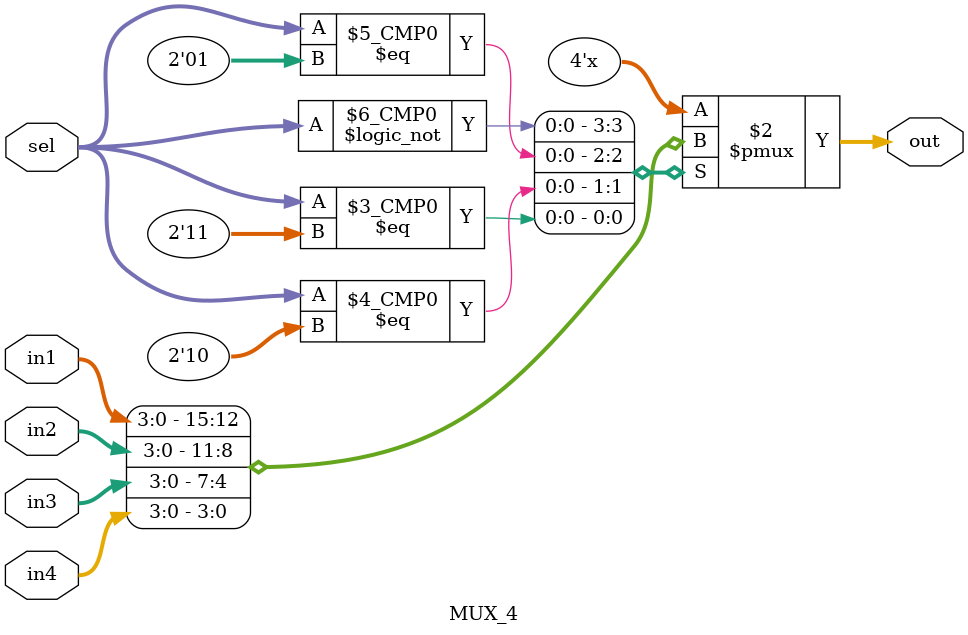
<source format=v>
module MUX_4(in1, in2, in3, in4, sel, out);
  input [3:0] in1, in2, in3, in4;
  input [1:0] sel;
  output [3:0] out;

  reg [3:0] out;
  
  always @(in1, in2, in3, in4, sel) begin
    case (sel)
	  2'b00: out = in1;
	  2'b01: out = in2;
	  2'b10: out = in3;
	  2'b11: out = in4;
	endcase
  end
endmodule
</source>
